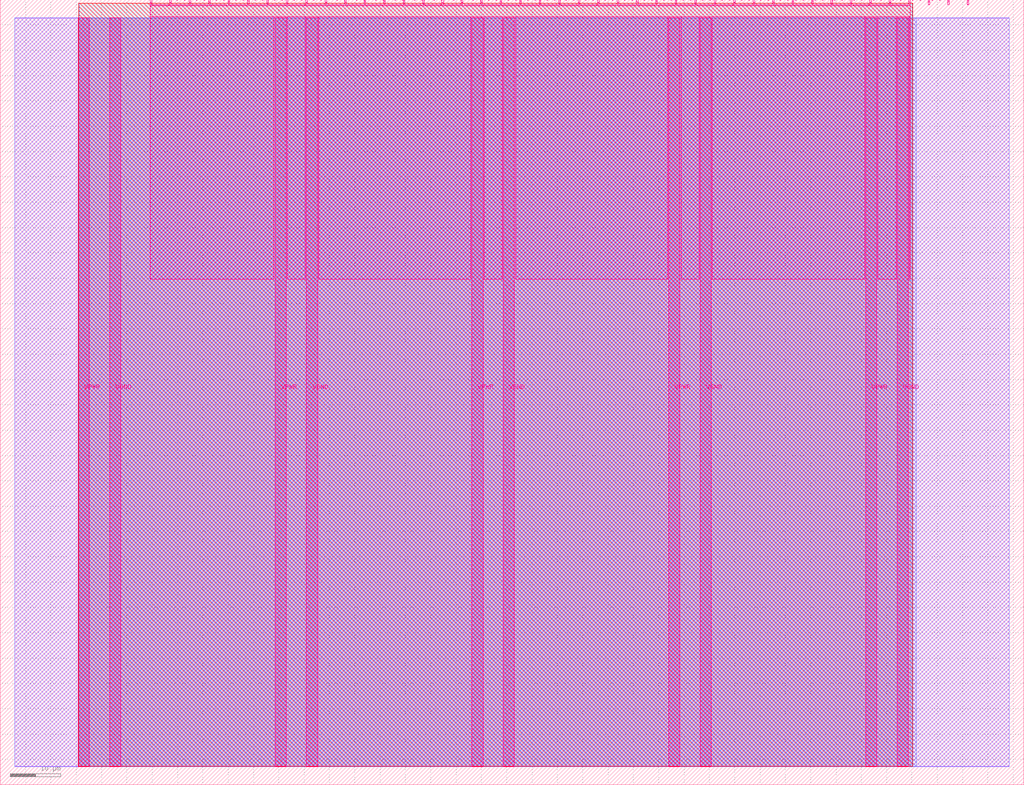
<source format=lef>
VERSION 5.7 ;
  NOWIREEXTENSIONATPIN ON ;
  DIVIDERCHAR "/" ;
  BUSBITCHARS "[]" ;
MACRO tt_um_four_bit_multiplier_nasan016_npham2003
  CLASS BLOCK ;
  FOREIGN tt_um_four_bit_multiplier_nasan016_npham2003 ;
  ORIGIN 0.000 0.000 ;
  SIZE 202.080 BY 154.980 ;
  PIN VGND
    DIRECTION INOUT ;
    USE GROUND ;
    PORT
      LAYER Metal5 ;
        RECT 21.580 3.560 23.780 151.420 ;
    END
    PORT
      LAYER Metal5 ;
        RECT 60.450 3.560 62.650 151.420 ;
    END
    PORT
      LAYER Metal5 ;
        RECT 99.320 3.560 101.520 151.420 ;
    END
    PORT
      LAYER Metal5 ;
        RECT 138.190 3.560 140.390 151.420 ;
    END
    PORT
      LAYER Metal5 ;
        RECT 177.060 3.560 179.260 151.420 ;
    END
  END VGND
  PIN VPWR
    DIRECTION INOUT ;
    USE POWER ;
    PORT
      LAYER Metal5 ;
        RECT 15.380 3.560 17.580 151.420 ;
    END
    PORT
      LAYER Metal5 ;
        RECT 54.250 3.560 56.450 151.420 ;
    END
    PORT
      LAYER Metal5 ;
        RECT 93.120 3.560 95.320 151.420 ;
    END
    PORT
      LAYER Metal5 ;
        RECT 131.990 3.560 134.190 151.420 ;
    END
    PORT
      LAYER Metal5 ;
        RECT 170.860 3.560 173.060 151.420 ;
    END
  END VPWR
  PIN clk
    DIRECTION INPUT ;
    USE SIGNAL ;
    PORT
      LAYER Metal5 ;
        RECT 187.050 153.980 187.350 154.980 ;
    END
  END clk
  PIN ena
    DIRECTION INPUT ;
    USE SIGNAL ;
    PORT
      LAYER Metal5 ;
        RECT 190.890 153.980 191.190 154.980 ;
    END
  END ena
  PIN rst_n
    DIRECTION INPUT ;
    USE SIGNAL ;
    PORT
      LAYER Metal5 ;
        RECT 183.210 153.980 183.510 154.980 ;
    END
  END rst_n
  PIN ui_in[0]
    DIRECTION INPUT ;
    USE SIGNAL ;
    ANTENNAGATEAREA 0.213200 ;
    PORT
      LAYER Metal5 ;
        RECT 179.370 153.980 179.670 154.980 ;
    END
  END ui_in[0]
  PIN ui_in[1]
    DIRECTION INPUT ;
    USE SIGNAL ;
    ANTENNAGATEAREA 0.213200 ;
    PORT
      LAYER Metal5 ;
        RECT 175.530 153.980 175.830 154.980 ;
    END
  END ui_in[1]
  PIN ui_in[2]
    DIRECTION INPUT ;
    USE SIGNAL ;
    ANTENNAGATEAREA 0.213200 ;
    PORT
      LAYER Metal5 ;
        RECT 171.690 153.980 171.990 154.980 ;
    END
  END ui_in[2]
  PIN ui_in[3]
    DIRECTION INPUT ;
    USE SIGNAL ;
    ANTENNAGATEAREA 0.213200 ;
    PORT
      LAYER Metal5 ;
        RECT 167.850 153.980 168.150 154.980 ;
    END
  END ui_in[3]
  PIN ui_in[4]
    DIRECTION INPUT ;
    USE SIGNAL ;
    ANTENNAGATEAREA 0.213200 ;
    PORT
      LAYER Metal5 ;
        RECT 164.010 153.980 164.310 154.980 ;
    END
  END ui_in[4]
  PIN ui_in[5]
    DIRECTION INPUT ;
    USE SIGNAL ;
    ANTENNAGATEAREA 0.213200 ;
    PORT
      LAYER Metal5 ;
        RECT 160.170 153.980 160.470 154.980 ;
    END
  END ui_in[5]
  PIN ui_in[6]
    DIRECTION INPUT ;
    USE SIGNAL ;
    ANTENNAGATEAREA 0.213200 ;
    PORT
      LAYER Metal5 ;
        RECT 156.330 153.980 156.630 154.980 ;
    END
  END ui_in[6]
  PIN ui_in[7]
    DIRECTION INPUT ;
    USE SIGNAL ;
    ANTENNAGATEAREA 0.213200 ;
    PORT
      LAYER Metal5 ;
        RECT 152.490 153.980 152.790 154.980 ;
    END
  END ui_in[7]
  PIN uio_in[0]
    DIRECTION INPUT ;
    USE SIGNAL ;
    PORT
      LAYER Metal5 ;
        RECT 148.650 153.980 148.950 154.980 ;
    END
  END uio_in[0]
  PIN uio_in[1]
    DIRECTION INPUT ;
    USE SIGNAL ;
    PORT
      LAYER Metal5 ;
        RECT 144.810 153.980 145.110 154.980 ;
    END
  END uio_in[1]
  PIN uio_in[2]
    DIRECTION INPUT ;
    USE SIGNAL ;
    PORT
      LAYER Metal5 ;
        RECT 140.970 153.980 141.270 154.980 ;
    END
  END uio_in[2]
  PIN uio_in[3]
    DIRECTION INPUT ;
    USE SIGNAL ;
    PORT
      LAYER Metal5 ;
        RECT 137.130 153.980 137.430 154.980 ;
    END
  END uio_in[3]
  PIN uio_in[4]
    DIRECTION INPUT ;
    USE SIGNAL ;
    PORT
      LAYER Metal5 ;
        RECT 133.290 153.980 133.590 154.980 ;
    END
  END uio_in[4]
  PIN uio_in[5]
    DIRECTION INPUT ;
    USE SIGNAL ;
    PORT
      LAYER Metal5 ;
        RECT 129.450 153.980 129.750 154.980 ;
    END
  END uio_in[5]
  PIN uio_in[6]
    DIRECTION INPUT ;
    USE SIGNAL ;
    PORT
      LAYER Metal5 ;
        RECT 125.610 153.980 125.910 154.980 ;
    END
  END uio_in[6]
  PIN uio_in[7]
    DIRECTION INPUT ;
    USE SIGNAL ;
    PORT
      LAYER Metal5 ;
        RECT 121.770 153.980 122.070 154.980 ;
    END
  END uio_in[7]
  PIN uio_oe[0]
    DIRECTION OUTPUT ;
    USE SIGNAL ;
    ANTENNADIFFAREA 0.299200 ;
    PORT
      LAYER Metal5 ;
        RECT 56.490 153.980 56.790 154.980 ;
    END
  END uio_oe[0]
  PIN uio_oe[1]
    DIRECTION OUTPUT ;
    USE SIGNAL ;
    ANTENNADIFFAREA 0.299200 ;
    PORT
      LAYER Metal5 ;
        RECT 52.650 153.980 52.950 154.980 ;
    END
  END uio_oe[1]
  PIN uio_oe[2]
    DIRECTION OUTPUT ;
    USE SIGNAL ;
    ANTENNADIFFAREA 0.299200 ;
    PORT
      LAYER Metal5 ;
        RECT 48.810 153.980 49.110 154.980 ;
    END
  END uio_oe[2]
  PIN uio_oe[3]
    DIRECTION OUTPUT ;
    USE SIGNAL ;
    ANTENNADIFFAREA 0.299200 ;
    PORT
      LAYER Metal5 ;
        RECT 44.970 153.980 45.270 154.980 ;
    END
  END uio_oe[3]
  PIN uio_oe[4]
    DIRECTION OUTPUT ;
    USE SIGNAL ;
    ANTENNADIFFAREA 0.299200 ;
    PORT
      LAYER Metal5 ;
        RECT 41.130 153.980 41.430 154.980 ;
    END
  END uio_oe[4]
  PIN uio_oe[5]
    DIRECTION OUTPUT ;
    USE SIGNAL ;
    ANTENNADIFFAREA 0.299200 ;
    PORT
      LAYER Metal5 ;
        RECT 37.290 153.980 37.590 154.980 ;
    END
  END uio_oe[5]
  PIN uio_oe[6]
    DIRECTION OUTPUT ;
    USE SIGNAL ;
    ANTENNADIFFAREA 0.299200 ;
    PORT
      LAYER Metal5 ;
        RECT 33.450 153.980 33.750 154.980 ;
    END
  END uio_oe[6]
  PIN uio_oe[7]
    DIRECTION OUTPUT ;
    USE SIGNAL ;
    ANTENNADIFFAREA 0.299200 ;
    PORT
      LAYER Metal5 ;
        RECT 29.610 153.980 29.910 154.980 ;
    END
  END uio_oe[7]
  PIN uio_out[0]
    DIRECTION OUTPUT ;
    USE SIGNAL ;
    ANTENNADIFFAREA 0.299200 ;
    PORT
      LAYER Metal5 ;
        RECT 87.210 153.980 87.510 154.980 ;
    END
  END uio_out[0]
  PIN uio_out[1]
    DIRECTION OUTPUT ;
    USE SIGNAL ;
    ANTENNADIFFAREA 0.299200 ;
    PORT
      LAYER Metal5 ;
        RECT 83.370 153.980 83.670 154.980 ;
    END
  END uio_out[1]
  PIN uio_out[2]
    DIRECTION OUTPUT ;
    USE SIGNAL ;
    ANTENNADIFFAREA 0.299200 ;
    PORT
      LAYER Metal5 ;
        RECT 79.530 153.980 79.830 154.980 ;
    END
  END uio_out[2]
  PIN uio_out[3]
    DIRECTION OUTPUT ;
    USE SIGNAL ;
    ANTENNADIFFAREA 0.299200 ;
    PORT
      LAYER Metal5 ;
        RECT 75.690 153.980 75.990 154.980 ;
    END
  END uio_out[3]
  PIN uio_out[4]
    DIRECTION OUTPUT ;
    USE SIGNAL ;
    ANTENNADIFFAREA 0.299200 ;
    PORT
      LAYER Metal5 ;
        RECT 71.850 153.980 72.150 154.980 ;
    END
  END uio_out[4]
  PIN uio_out[5]
    DIRECTION OUTPUT ;
    USE SIGNAL ;
    ANTENNADIFFAREA 0.299200 ;
    PORT
      LAYER Metal5 ;
        RECT 68.010 153.980 68.310 154.980 ;
    END
  END uio_out[5]
  PIN uio_out[6]
    DIRECTION OUTPUT ;
    USE SIGNAL ;
    ANTENNADIFFAREA 0.299200 ;
    PORT
      LAYER Metal5 ;
        RECT 64.170 153.980 64.470 154.980 ;
    END
  END uio_out[6]
  PIN uio_out[7]
    DIRECTION OUTPUT ;
    USE SIGNAL ;
    ANTENNADIFFAREA 0.299200 ;
    PORT
      LAYER Metal5 ;
        RECT 60.330 153.980 60.630 154.980 ;
    END
  END uio_out[7]
  PIN uo_out[0]
    DIRECTION OUTPUT ;
    USE SIGNAL ;
    ANTENNADIFFAREA 0.632400 ;
    PORT
      LAYER Metal5 ;
        RECT 117.930 153.980 118.230 154.980 ;
    END
  END uo_out[0]
  PIN uo_out[1]
    DIRECTION OUTPUT ;
    USE SIGNAL ;
    ANTENNADIFFAREA 0.654800 ;
    PORT
      LAYER Metal5 ;
        RECT 114.090 153.980 114.390 154.980 ;
    END
  END uo_out[1]
  PIN uo_out[2]
    DIRECTION OUTPUT ;
    USE SIGNAL ;
    ANTENNADIFFAREA 0.654800 ;
    PORT
      LAYER Metal5 ;
        RECT 110.250 153.980 110.550 154.980 ;
    END
  END uo_out[2]
  PIN uo_out[3]
    DIRECTION OUTPUT ;
    USE SIGNAL ;
    ANTENNADIFFAREA 0.654800 ;
    PORT
      LAYER Metal5 ;
        RECT 106.410 153.980 106.710 154.980 ;
    END
  END uo_out[3]
  PIN uo_out[4]
    DIRECTION OUTPUT ;
    USE SIGNAL ;
    ANTENNADIFFAREA 0.654800 ;
    PORT
      LAYER Metal5 ;
        RECT 102.570 153.980 102.870 154.980 ;
    END
  END uo_out[4]
  PIN uo_out[5]
    DIRECTION OUTPUT ;
    USE SIGNAL ;
    ANTENNADIFFAREA 0.654800 ;
    PORT
      LAYER Metal5 ;
        RECT 98.730 153.980 99.030 154.980 ;
    END
  END uo_out[5]
  PIN uo_out[6]
    DIRECTION OUTPUT ;
    USE SIGNAL ;
    ANTENNADIFFAREA 0.654800 ;
    PORT
      LAYER Metal5 ;
        RECT 94.890 153.980 95.190 154.980 ;
    END
  END uo_out[6]
  PIN uo_out[7]
    DIRECTION OUTPUT ;
    USE SIGNAL ;
    ANTENNADIFFAREA 0.654800 ;
    PORT
      LAYER Metal5 ;
        RECT 91.050 153.980 91.350 154.980 ;
    END
  END uo_out[7]
  OBS
      LAYER GatPoly ;
        RECT 2.880 3.630 199.200 151.350 ;
      LAYER Metal1 ;
        RECT 2.880 3.560 199.200 151.420 ;
      LAYER Metal2 ;
        RECT 15.515 3.680 180.865 151.300 ;
      LAYER Metal3 ;
        RECT 15.560 3.635 180.100 154.285 ;
      LAYER Metal4 ;
        RECT 15.515 3.680 180.145 154.240 ;
      LAYER Metal5 ;
        RECT 30.120 153.770 33.240 153.980 ;
        RECT 33.960 153.770 37.080 153.980 ;
        RECT 37.800 153.770 40.920 153.980 ;
        RECT 41.640 153.770 44.760 153.980 ;
        RECT 45.480 153.770 48.600 153.980 ;
        RECT 49.320 153.770 52.440 153.980 ;
        RECT 53.160 153.770 56.280 153.980 ;
        RECT 57.000 153.770 60.120 153.980 ;
        RECT 60.840 153.770 63.960 153.980 ;
        RECT 64.680 153.770 67.800 153.980 ;
        RECT 68.520 153.770 71.640 153.980 ;
        RECT 72.360 153.770 75.480 153.980 ;
        RECT 76.200 153.770 79.320 153.980 ;
        RECT 80.040 153.770 83.160 153.980 ;
        RECT 83.880 153.770 87.000 153.980 ;
        RECT 87.720 153.770 90.840 153.980 ;
        RECT 91.560 153.770 94.680 153.980 ;
        RECT 95.400 153.770 98.520 153.980 ;
        RECT 99.240 153.770 102.360 153.980 ;
        RECT 103.080 153.770 106.200 153.980 ;
        RECT 106.920 153.770 110.040 153.980 ;
        RECT 110.760 153.770 113.880 153.980 ;
        RECT 114.600 153.770 117.720 153.980 ;
        RECT 118.440 153.770 121.560 153.980 ;
        RECT 122.280 153.770 125.400 153.980 ;
        RECT 126.120 153.770 129.240 153.980 ;
        RECT 129.960 153.770 133.080 153.980 ;
        RECT 133.800 153.770 136.920 153.980 ;
        RECT 137.640 153.770 140.760 153.980 ;
        RECT 141.480 153.770 144.600 153.980 ;
        RECT 145.320 153.770 148.440 153.980 ;
        RECT 149.160 153.770 152.280 153.980 ;
        RECT 153.000 153.770 156.120 153.980 ;
        RECT 156.840 153.770 159.960 153.980 ;
        RECT 160.680 153.770 163.800 153.980 ;
        RECT 164.520 153.770 167.640 153.980 ;
        RECT 168.360 153.770 171.480 153.980 ;
        RECT 172.200 153.770 175.320 153.980 ;
        RECT 176.040 153.770 179.160 153.980 ;
        RECT 29.660 151.630 179.620 153.770 ;
        RECT 29.660 99.815 54.040 151.630 ;
        RECT 56.660 99.815 60.240 151.630 ;
        RECT 62.860 99.815 92.910 151.630 ;
        RECT 95.530 99.815 99.110 151.630 ;
        RECT 101.730 99.815 131.780 151.630 ;
        RECT 134.400 99.815 137.980 151.630 ;
        RECT 140.600 99.815 170.650 151.630 ;
        RECT 173.270 99.815 176.850 151.630 ;
        RECT 179.470 99.815 179.620 151.630 ;
  END
END tt_um_four_bit_multiplier_nasan016_npham2003
END LIBRARY


</source>
